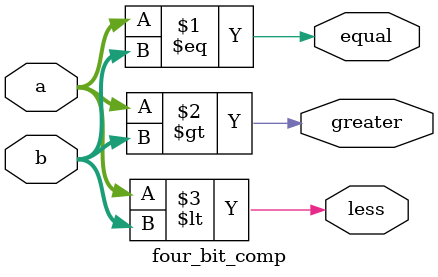
<source format=v>
module four_bit_comp

(input wire [3:0]a,
input wire [3:0]b,
output wire equal,
output wire greater,
output wire less);

assign equal =(a==b);
assign greater =(a>b);
assign less = (a<b);

endmodule

</source>
